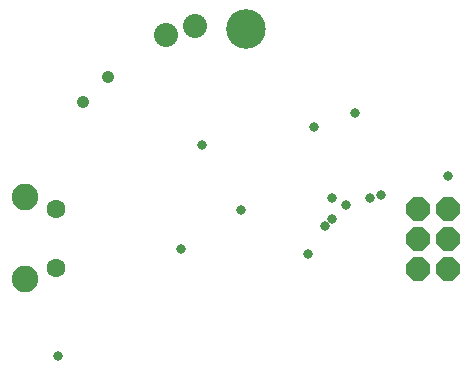
<source format=gbs>
G75*
%MOIN*%
%OFA0B0*%
%FSLAX25Y25*%
%IPPOS*%
%LPD*%
%AMOC8*
5,1,8,0,0,1.08239X$1,22.5*
%
%ADD10C,0.13198*%
%ADD11C,0.08000*%
%ADD12C,0.06309*%
%ADD13C,0.08868*%
%ADD14OC8,0.08000*%
%ADD15C,0.04143*%
%ADD16C,0.03300*%
D10*
X0085891Y0150239D03*
D11*
X0068745Y0151020D03*
X0059187Y0148080D03*
D12*
X0022627Y0090240D03*
X0022627Y0070555D03*
D13*
X0012038Y0066621D03*
X0011992Y0094192D03*
D14*
X0143158Y0090073D03*
X0143158Y0080073D03*
X0143158Y0070073D03*
X0153158Y0070073D03*
X0153158Y0080073D03*
X0153158Y0090073D03*
D15*
X0039725Y0134034D03*
X0031373Y0125683D03*
D16*
X0022993Y0041034D03*
X0064015Y0076829D03*
X0084115Y0089729D03*
X0071215Y0111329D03*
X0108415Y0117329D03*
X0122215Y0122129D03*
X0130915Y0094829D03*
X0127015Y0093929D03*
X0119215Y0091529D03*
X0114415Y0093929D03*
X0114415Y0086729D03*
X0112015Y0084329D03*
X0106615Y0075029D03*
X0153115Y0101129D03*
M02*

</source>
